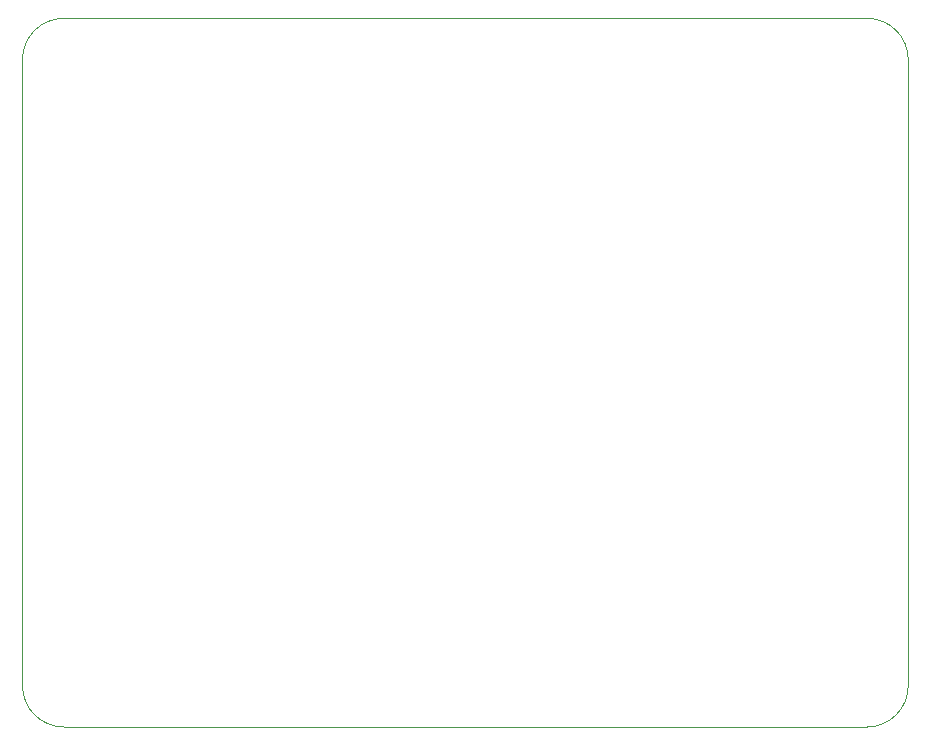
<source format=gbr>
%TF.GenerationSoftware,KiCad,Pcbnew,(7.0.0)*%
%TF.CreationDate,2023-05-21T11:33:29-07:00*%
%TF.ProjectId,smart_motor_controller,736d6172-745f-46d6-9f74-6f725f636f6e,0.1.1*%
%TF.SameCoordinates,Original*%
%TF.FileFunction,Profile,NP*%
%FSLAX46Y46*%
G04 Gerber Fmt 4.6, Leading zero omitted, Abs format (unit mm)*
G04 Created by KiCad (PCBNEW (7.0.0)) date 2023-05-21 11:33:29*
%MOMM*%
%LPD*%
G01*
G04 APERTURE LIST*
%TA.AperFunction,Profile*%
%ADD10C,0.050000*%
%TD*%
G04 APERTURE END LIST*
D10*
X123000000Y-59000000D02*
X123000000Y-112000000D01*
X126500000Y-115500000D02*
X194500000Y-115500000D01*
X198000000Y-112000000D02*
X198000000Y-59000000D01*
X126500000Y-55500000D02*
X194500000Y-55500000D01*
X126500000Y-55500000D02*
G75*
G03*
X123000000Y-59000000I0J-3500000D01*
G01*
X198000000Y-59000000D02*
G75*
G03*
X194500000Y-55500000I-3500000J0D01*
G01*
X194500000Y-115500000D02*
G75*
G03*
X198000000Y-112000000I0J3500000D01*
G01*
X123000000Y-112000000D02*
G75*
G03*
X126500000Y-115500000I3500000J0D01*
G01*
M02*

</source>
